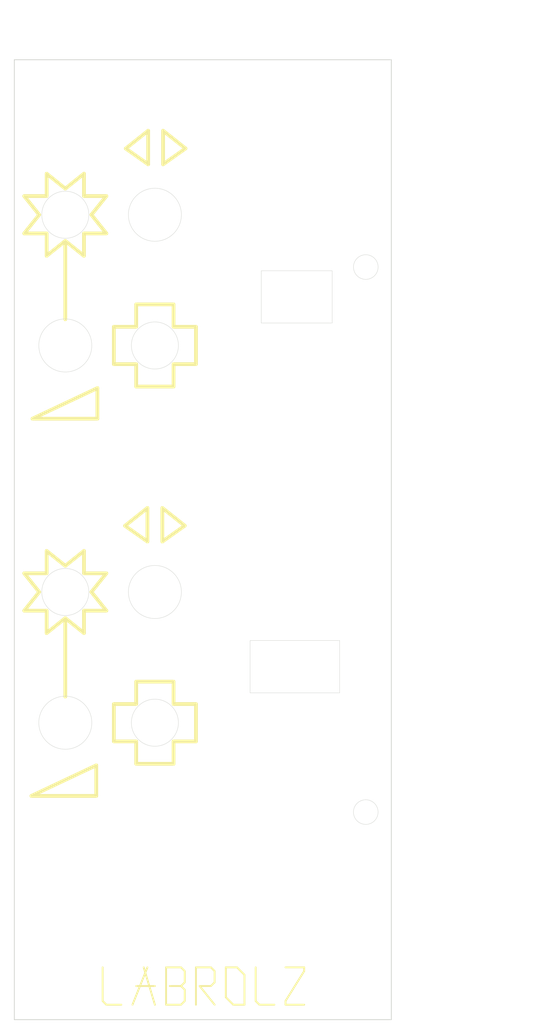
<source format=kicad_pcb>
(kicad_pcb (version 20211014) (generator pcbnew)
  (layers (0 "F.Cu" signal) (31 "B.Cu" signal) (34 "B.Paste" user) (35 "F.Paste" user) (36 "B.SilkS" user "B.Silkscreen") (37 "F.SilkS" user "F.Silkscreen") (38 "B.Mask" user) (39 "F.Mask" user) (44 "Edge.Cuts" user))
  (net 0 "")
  (footprint "MountingHole:MountingHole_3.2mm_M3" (layer "F.Cu") (at 17.75 138.25)
    (fp_text reference "REF**" hide)
    (fp_text value "MountingHole_3.2mm_M3" hide)
    (pad "" np_thru_hole oval locked (at 0 0) (size 7 3.2) (drill oval 7 3.2) (layers F&B.Cu *.Mask))
  )
  (footprint "MountingHole:MountingHole_3.2mm_M3" (layer "F.Cu") (at 58.09 138.25)
    (fp_text reference "REF**" hide)
    (fp_text value "MountingHole_3.2mm_M3" hide)
    (pad "" np_thru_hole oval locked (at 0 0) (size 7 3.2) (drill oval 7 3.2) (layers F&B.Cu *.Mask))
  )
  (footprint "MountingHole:MountingHole_3.2mm_M3" (layer "F.Cu") (at 58.09 15.75)
    (fp_text reference "REF**" hide)
    (fp_text value "MountingHole_3.2mm_M3" hide)
    (pad "" np_thru_hole oval locked (at 0 0) (size 7 3.2) (drill oval 7 3.2) (layers F&B.Cu *.Mask))
  )
  (footprint "MountingHole:MountingHole_3.2mm_M3" (layer "F.Cu") (at 17.75 15.75)
    (fp_text reference "REF**" hide)
    (fp_text value "MountingHole_3.2mm_M3" hide)
    (pad "" np_thru_hole oval locked (at 0 0) (size 7 3.2) (drill oval 7 3.2) (layers F&B.Cu *.Mask))
  )
  (gr_line (start 30.5 77.25) (end 27.5 75.1375) (layer "F.SilkS") (width 0.5))
  (gr_line (start 29 99) (end 26 99) (layer "F.SilkS") (width 0.5))
  (gr_line (start 34 107) (end 34 104) (layer "F.SilkS") (width 0.5))
  (gr_line (start 22 89.5) (end 19.5 87.5) (layer "F.SilkS") (width 0.5))
  (gr_line (start 30.6 22.25) (end 30.6 26.75) (layer "F.SilkS") (width 0.5))
  (gr_line (start 19.5 98) (end 19.5 98) (layer "F.SilkS") (width 0.5))
  (gr_line (start 37 99) (end 34 99) (layer "F.SilkS") (width 0.5))
  (gr_line (start 25 139.25) (end 27 139.25) (layer "F.SilkS") (width 0.25))
  (gr_line (start 23 33.5) (end 25 36) (layer "F.SilkS") (width 0.5))
  (gr_line (start 34 48.5) (end 34 45.5) (layer "F.SilkS") (width 0.5))
  (gr_line (start 34 99) (end 34 96) (layer "F.SilkS") (width 0.5))
  (gr_line (start 34 96) (end 29 96) (layer "F.SilkS") (width 0.5))
  (gr_line (start 49 134.25) (end 51.5 134.25) (layer "F.SilkS") (width 0.25))
  (gr_line (start 28.5 139.25) (end 30.5 134.25) (layer "F.SilkS") (width 0.25))
  (gr_line (start 14 86.5) (end 17 86.5) (layer "F.SilkS") (width 0.5))
  (gr_line (start 37 134.25) (end 39 134.25) (layer "F.SilkS") (width 0.25))
  (gr_line (start 17 28) (end 19.5 30) (layer "F.SilkS") (width 0.5))
  (gr_line (start 29 104) (end 29 107) (layer "F.SilkS") (width 0.5))
  (gr_line (start 14 36) (end 16 33.5) (layer "F.SilkS") (width 0.5))
  (gr_line (start 34 56.5) (end 34 53.5) (layer "F.SilkS") (width 0.5))
  (gr_line (start 34 45.5) (end 29 45.5) (layer "F.SilkS") (width 0.5))
  (gr_line (start 33 134.25) (end 33 139.25) (layer "F.SilkS") (width 0.25))
  (gr_line (start 37 48.5) (end 37 53.5) (layer "F.SilkS") (width 0.5))
  (gr_line (start 17 31) (end 14 31) (layer "F.SilkS") (width 0.5))
  (gr_line (start 29 53.5) (end 29 56.5) (layer "F.SilkS") (width 0.5))
  (gr_line (start 24.5 138.75) (end 25 139.25) (layer "F.SilkS") (width 0.25))
  (gr_line (start 30.6 26.75) (end 27.6 24.6375) (layer "F.SilkS") (width 0.5))
  (gr_line (start 23.8 56.7) (end 15.1 60.8) (layer "F.SilkS") (width 0.5))
  (gr_line (start 45.5 139.25) (end 47.5 139.25) (layer "F.SilkS") (width 0.25))
  (gr_line (start 23.65 111.3) (end 23.65 107.2) (layer "F.SilkS") (width 0.5))
  (gr_line (start 22 81.5) (end 22 78.5) (layer "F.SilkS") (width 0.5))
  (gr_line (start 19.5 87.5) (end 17 89.5) (layer "F.SilkS") (width 0.5))
  (gr_line (start 19.5 80.5) (end 22 78.5) (layer "F.SilkS") (width 0.5))
  (gr_line (start 51.5 134.25) (end 51.5 134.75) (layer "F.SilkS") (width 0.25))
  (gr_line (start 32.5 77.25) (end 32.5 72.75) (layer "F.SilkS") (width 0.5))
  (gr_line (start 51.5 134.75) (end 49 138.75) (layer "F.SilkS") (width 0.25))
  (gr_line (start 25 81.5) (end 22 81.5) (layer "F.SilkS") (width 0.5))
  (gr_line (start 22 36) (end 25 36) (layer "F.SilkS") (width 0.5))
  (gr_line (start 22 31) (end 22 28) (layer "F.SilkS") (width 0.5))
  (gr_line (start 17 81.5) (end 14 81.5) (layer "F.SilkS") (width 0.5))
  (gr_line (start 15.05 111.3) (end 23.65 111.3) (layer "F.SilkS") (width 0.5))
  (gr_line (start 19.5 37) (end 17 39) (layer "F.SilkS") (width 0.5))
  (gr_line (start 39.5 134.75) (end 39.5 136.25) (layer "F.SilkS") (width 0.25))
  (gr_line (start 19.5 37) (end 19.5 47.5) (layer "F.SilkS") (width 0.5))
  (gr_line (start 19.5 88) (end 19.5 98) (layer "F.SilkS") (width 0.5))
  (gr_line (start 29 107) (end 34 107) (layer "F.SilkS") (width 0.5))
  (gr_line (start 37 48.5) (end 34 48.5) (layer "F.SilkS") (width 0.5))
  (gr_line (start 29 45.5) (end 29 48.5) (layer "F.SilkS") (width 0.5))
  (gr_line (start 37.5 136.75) (end 39.5 139.25) (layer "F.SilkS") (width 0.25))
  (gr_line (start 35.5 134.75) (end 35.5 136.25) (layer "F.SilkS") (width 0.25))
  (gr_line (start 35 136.75) (end 33.5 136.75) (layer "F.SilkS") (width 0.25))
  (gr_line (start 41 134.25) (end 42.5 134.25) (layer "F.SilkS") (width 0.25))
  (gr_line (start 17 78.5) (end 19.5 80.5) (layer "F.SilkS") (width 0.5))
  (gr_line (start 42.5 134.25) (end 43.5 135.25) (layer "F.SilkS") (width 0.25))
  (gr_line (start 35 134.25) (end 35.5 134.75) (layer "F.SilkS") (width 0.25))
  (gr_line (start 33 134.25) (end 35 134.25) (layer "F.SilkS") (width 0.25))
  (gr_line (start 24.5 134.25) (end 24.5 138.75) (layer "F.SilkS") (width 0.25))
  (gr_line (start 35.5 75.125) (end 32.5 77.25) (layer "F.SilkS") (width 0.5))
  (gr_line (start 29 96) (end 29 99) (layer "F.SilkS") (width 0.5))
  (gr_line (start 29 136.75) (end 31.5 136.75) (layer "F.SilkS") (width 0.25))
  (gr_line (start 35.5 136.25) (end 35 136.75) (layer "F.SilkS") (width 0.25))
  (gr_line (start 35.5 137.25) (end 35 136.75) (layer "F.SilkS") (width 0.25))
  (gr_line (start 19.5 30) (end 22 28) (layer "F.SilkS") (width 0.5))
  (gr_line (start 30.5 72.75) (end 30.5 77.25) (layer "F.SilkS") (width 0.5))
  (gr_line (start 25 81.5) (end 23 84) (layer "F.SilkS") (width 0.5))
  (gr_line (start 35.6 24.625) (end 32.6 26.75) (layer "F.SilkS") (width 0.5))
  (gr_line (start 26 104) (end 29 104) (layer "F.SilkS") (width 0.5))
  (gr_line (start 39 134.25) (end 39.5 134.75) (layer "F.SilkS") (width 0.25))
  (gr_line (start 45 134.25) (end 45 138.75) (layer "F.SilkS") (width 0.25))
  (gr_line (start 39 136.75) (end 37.5 136.75) (layer "F.SilkS") (width 0.25))
  (gr_line (start 37 99) (end 37 104) (layer "F.SilkS") (width 0.5))
  (gr_line (start 32.6 26.75) (end 32.6 22.25) (layer "F.SilkS") (width 0.5))
  (gr_line (start 17 28) (end 17 31) (layer "F.SilkS") (width 0.5))
  (gr_line (start 23 84) (end 25 86.5) (layer "F.SilkS") (width 0.5))
  (gr_line (start 16 84) (end 14 81.5) (layer "F.SilkS") (width 0.5))
  (gr_line (start 41 134.25) (end 41 138.25) (layer "F.SilkS") (width 0.25))
  (gr_line (start 25 31) (end 22 31) (layer "F.SilkS") (width 0.5))
  (gr_line (start 35.5 138.75) (end 35.5 137.25) (layer "F.SilkS") (width 0.25))
  (gr_line (start 16 33.5) (end 14 31) (layer "F.SilkS") (width 0.5))
  (gr_line (start 32.6 22.25) (end 35.6 24.625) (layer "F.SilkS") (width 0.5))
  (gr_line (start 34 104) (end 37 104) (layer "F.SilkS") (width 0.5))
  (gr_line (start 23.65 107.2) (end 14.95 111.3) (layer "F.SilkS") (width 0.5))
  (gr_line (start 14 86.5) (end 16 84) (layer "F.SilkS") (width 0.5))
  (gr_line (start 35 139.25) (end 35.5 138.75) (layer "F.SilkS") (width 0.25))
  (gr_line (start 22 89.5) (end 22 86.5) (layer "F.SilkS") (width 0.5))
  (gr_line (start 43.5 135.25) (end 43.5 139.25) (layer "F.SilkS") (width 0.25))
  (gr_line (start 22 39) (end 22 36) (layer "F.SilkS") (width 0.5))
  (gr_line (start 45 138.75) (end 45.5 139.25) (layer "F.SilkS") (width 0.25))
  (gr_line (start 49 139.25) (end 51.5 139.25) (layer "F.SilkS") (width 0.25))
  (gr_line (start 39.5 136.25) (end 39 136.75) (layer "F.SilkS") (width 0.25))
  (gr_line (start 33 139.25) (end 35 139.25) (layer "F.SilkS") (width 0.25))
  (gr_line (start 26 53.5) (end 29 53.5) (layer "F.SilkS") (width 0.5))
  (gr_line (start 17 36) (end 17 39) (layer "F.SilkS") (width 0.5))
  (gr_line (start 26 48.5) (end 26 53.5) (layer "F.SilkS") (width 0.5))
  (gr_line (start 32.5 72.75) (end 35.5 75.125) (layer "F.SilkS") (width 0.5))
  (gr_line (start 23.8 60.8) (end 23.8 56.7) (layer "F.SilkS") (width 0.5))
  (gr_line (start 15.2 60.8) (end 23.8 60.8) (layer "F.SilkS") (width 0.5))
  (gr_line (start 49 138.75) (end 49 139.25) (layer "F.SilkS") (width 0.25))
  (gr_line (start 30 134.25) (end 31.5 139.25) (layer "F.SilkS") (width 0.25))
  (gr_line (start 27.6 24.6375) (end 30.6 22.25) (layer "F.SilkS") (width 0.5))
  (gr_line (start 34 53.5) (end 37 53.5) (layer "F.SilkS") (width 0.5))
  (gr_line (start 17 78.5) (end 17 81.5) (layer "F.SilkS") (width 0.5))
  (gr_line (start 22 39) (end 19.5 37) (layer "F.SilkS") (width 0.5))
  (gr_line (start 29 56.5) (end 34 56.5) (layer "F.SilkS") (width 0.5))
  (gr_line (start 25 31) (end 23 33.5) (layer "F.SilkS") (width 0.5))
  (gr_line (start 29 48.5) (end 26 48.5) (layer "F.SilkS") (width 0.5))
  (gr_line (start 42 139.25) (end 41 138.25) (layer "F.SilkS") (width 0.25))
  (gr_line (start 37 134.25) (end 37 139.25) (layer "F.SilkS") (width 0.25))
  (gr_line (start 26 99) (end 26 104) (layer "F.SilkS") (width 0.5))
  (gr_line (start 14 36) (end 17 36) (layer "F.SilkS") (width 0.5))
  (gr_line (start 27.5 75.1375) (end 30.5 72.75) (layer "F.SilkS") (width 0.5))
  (gr_line (start 17 86.5) (end 17 89.5) (layer "F.SilkS") (width 0.5))
  (gr_line (start 22 86.5) (end 25 86.5) (layer "F.SilkS") (width 0.5))
  (gr_line (start 43.5 139.25) (end 42 139.25) (layer "F.SilkS") (width 0.25))
  (gr_circle (center 19.5 101.5) (end 23.05 101.5) (layer "Edge.Cuts") (width 0.05) (fill none))
  (gr_circle (center 59.75 40.5) (end 61.4 40.5) (layer "Edge.Cuts") (width 0.05) (fill none))
  (gr_line (start 63.17 12.75) (end 63.17 141.25) (layer "Edge.Cuts") (width 0.1))
  (gr_line (start 12.67 141.25) (end 12.67 12.75) (layer "Edge.Cuts") (width 0.1))
  (gr_rect (start 44.25 90.5) (end 56.25 97.5) (layer "Edge.Cuts") (width 0.05) (fill none))
  (gr_circle (center 31.5 33.5) (end 35.05 33.5) (layer "Edge.Cuts") (width 0.05) (fill none))
  (gr_circle (center 19.5 51) (end 23.05 51) (layer "Edge.Cuts") (width 0.05) (fill none))
  (gr_circle (center 19.5 84) (end 22.65 84) (layer "Edge.Cuts") (width 0.05) (fill none))
  (gr_circle (center 31.5 101.5) (end 34.65 101.5) (layer "Edge.Cuts") (width 0.05) (fill none))
  (gr_line (start 12.67 12.75) (end 63.17 12.75) (layer "Edge.Cuts") (width 0.1))
  (gr_circle (center 31.5 84) (end 35.05 84) (layer "Edge.Cuts") (width 0.05) (fill none))
  (gr_circle (center 59.7472 113.4638) (end 61.3972 113.4638) (layer "Edge.Cuts") (width 0.05) (fill none))
  (gr_line (start 63.17 141.25) (end 12.67 141.25) (layer "Edge.Cuts") (width 0.1))
  (gr_circle (center 31.5 51) (end 34.65 51) (layer "Edge.Cuts") (width 0.05) (fill none))
  (gr_rect (start 45.75 41) (end 55.25 48) (layer "Edge.Cuts") (width 0.05) (fill none))
  (gr_circle (center 19.5 33.5) (end 22.65 33.5) (layer "Edge.Cuts") (width 0.05) (fill none))
)
</source>
